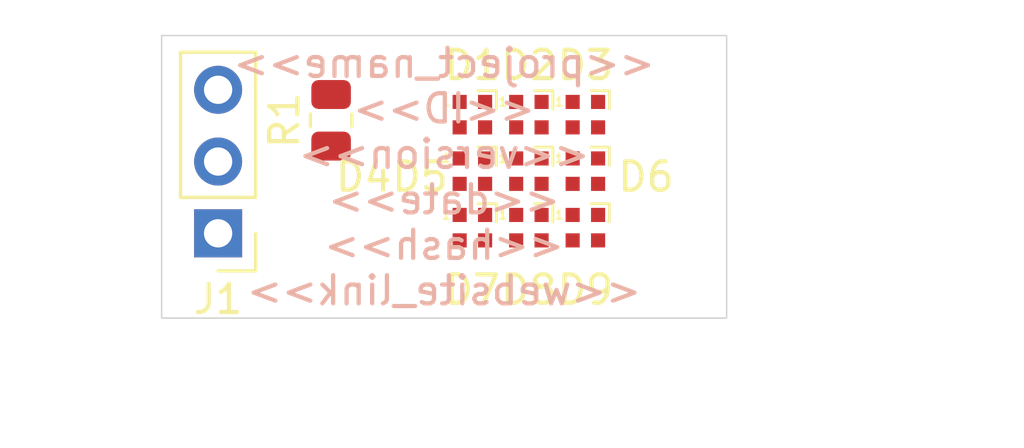
<source format=kicad_pcb>
(kicad_pcb (version 20211014) (generator pcbnew)
  (title_block (title "<<ID>>_<<project_name>>") (date "<<date>>") (rev "<<version>>") (comment 4 "<<hash>>"))
  (layers (0 "F.Cu" signal) (31 "B.Cu" signal) (34 "B.Paste" user) (35 "F.Paste" user) (36 "B.SilkS" user "B.Silkscreen") (37 "F.SilkS" user "F.Silkscreen") (38 "B.Mask" user) (39 "F.Mask" user) (44 "Edge.Cuts" user))
  (net 0 "")
  (net 1 "Net-(D1-Pad1)")
  (net 2 "VCC")
  (net 3 "Net-(D1-Pad3)")
  (net 4 "GND")
  (net 5 "Net-(D2-Pad3)")
  (net 6 "Net-(D3-Pad3)")
  (net 7 "Net-(D4-Pad3)")
  (net 8 "Net-(D5-Pad3)")
  (net 9 "Net-(D6-Pad3)")
  (net 10 "Net-(D7-Pad3)")
  (net 11 "Net-(D8-Pad3)")
  (net 13 "Net-(R1-Pad1)")
  (footprint "LED_SMD:LED_SK6812_EC15_1.5x1.5mm" (layer "F.Cu") (at 157 96.8)
    (fp_text reference "D4" (at -3.85 0.2) (layer "F.SilkS"))
    (fp_text value "SK6805_1515")
    (fp_text user "1" (at -0.925 -0.45) (layer "F.SilkS") (effects (font (size 0.3 0.3) (thickness 0.075))))
    (fp_line (start 0.85 -0.2) (end 0.85 -0.85) (layer "F.SilkS") (width 0.1))
    (fp_line (start 0.85 -0.85) (end 0.2 -0.85) (layer "F.SilkS") (width 0.1))
    (pad "1" smd rect (at -0.45 -0.45) (size 0.5 0.5) (layers "F.Cu" "F.Paste" "F.Mask") (net 6 "Net-(D3-Pad3)"))
    (pad "2" smd rect (at -0.45 0.45) (size 0.5 0.5) (layers "F.Cu" "F.Paste" "F.Mask") (net 2 "VCC"))
    (pad "3" smd rect (at 0.45 0.45) (size 0.5 0.5) (layers "F.Cu" "F.Paste" "F.Mask") (net 7 "Net-(D4-Pad3)"))
    (pad "4" smd rect (at 0.45 -0.45) (size 0.5 0.5) (layers "F.Cu" "F.Paste" "F.Mask") (net 4 "GND"))
  )
  (footprint "LED_SMD:LED_SK6812_EC15_1.5x1.5mm" (layer "F.Cu") (at 161 98.8)
    (fp_text reference "D9" (at 0 2.2) (layer "F.SilkS"))
    (fp_text value "SK6805_1515")
    (fp_text user "1" (at -0.925 -0.45) (layer "F.SilkS") (effects (font (size 0.3 0.3) (thickness 0.075))))
    (fp_line (start 0.85 -0.85) (end 0.2 -0.85) (layer "F.SilkS") (width 0.1))
    (fp_line (start 0.85 -0.2) (end 0.85 -0.85) (layer "F.SilkS") (width 0.1))
    (pad "1" smd rect (at -0.45 -0.45) (size 0.5 0.5) (layers "F.Cu" "F.Paste" "F.Mask") (net 11 "Net-(D8-Pad3)"))
    (pad "2" smd rect (at -0.45 0.45) (size 0.5 0.5) (layers "F.Cu" "F.Paste" "F.Mask") (net 2 "VCC"))
    (pad "3" smd rect (at 0.45 0.45) (size 0.5 0.5) (layers "F.Cu" "F.Paste" "F.Mask"))
    (pad "4" smd rect (at 0.45 -0.45) (size 0.5 0.5) (layers "F.Cu" "F.Paste" "F.Mask") (net 4 "GND"))
  )
  (footprint "LED_SMD:LED_SK6812_EC15_1.5x1.5mm" (layer "F.Cu") (at 161 96.8)
    (fp_text reference "D6" (at 2.15 0.2) (layer "F.SilkS"))
    (fp_text value "SK6805_1515")
    (fp_text user "1" (at -0.925 -0.45) (layer "F.SilkS") (effects (font (size 0.3 0.3) (thickness 0.075))))
    (fp_line (start 0.85 -0.2) (end 0.85 -0.85) (layer "F.SilkS") (width 0.1))
    (fp_line (start 0.85 -0.85) (end 0.2 -0.85) (layer "F.SilkS") (width 0.1))
    (pad "1" smd rect (at -0.45 -0.45) (size 0.5 0.5) (layers "F.Cu" "F.Paste" "F.Mask") (net 8 "Net-(D5-Pad3)"))
    (pad "2" smd rect (at -0.45 0.45) (size 0.5 0.5) (layers "F.Cu" "F.Paste" "F.Mask") (net 2 "VCC"))
    (pad "3" smd rect (at 0.45 0.45) (size 0.5 0.5) (layers "F.Cu" "F.Paste" "F.Mask") (net 9 "Net-(D6-Pad3)"))
    (pad "4" smd rect (at 0.45 -0.45) (size 0.5 0.5) (layers "F.Cu" "F.Paste" "F.Mask") (net 4 "GND"))
  )
  (footprint "LED_SMD:LED_SK6812_EC15_1.5x1.5mm" (layer "F.Cu") (at 159 98.8)
    (fp_text reference "D8" (at 0 2.2) (layer "F.SilkS"))
    (fp_text value "SK6805_1515")
    (fp_text user "1" (at -0.925 -0.45) (layer "F.SilkS") (effects (font (size 0.3 0.3) (thickness 0.075))))
    (fp_line (start 0.85 -0.85) (end 0.2 -0.85) (layer "F.SilkS") (width 0.1))
    (fp_line (start 0.85 -0.2) (end 0.85 -0.85) (layer "F.SilkS") (width 0.1))
    (pad "1" smd rect (at -0.45 -0.45) (size 0.5 0.5) (layers "F.Cu" "F.Paste" "F.Mask") (net 10 "Net-(D7-Pad3)"))
    (pad "2" smd rect (at -0.45 0.45) (size 0.5 0.5) (layers "F.Cu" "F.Paste" "F.Mask") (net 2 "VCC"))
    (pad "3" smd rect (at 0.45 0.45) (size 0.5 0.5) (layers "F.Cu" "F.Paste" "F.Mask") (net 11 "Net-(D8-Pad3)"))
    (pad "4" smd rect (at 0.45 -0.45) (size 0.5 0.5) (layers "F.Cu" "F.Paste" "F.Mask") (net 4 "GND"))
  )
  (footprint "Resistor_SMD:R_0805_2012Metric" (layer "F.Cu") (at 152 95 90)
    (fp_text reference "R1" (at 0 -1.65 90) (layer "F.SilkS"))
    (fp_text value "500")
    (fp_line (start -0.227064 0.735) (end 0.227064 0.735) (layer "F.SilkS") (width 0.12))
    (fp_line (start -0.227064 -0.735) (end 0.227064 -0.735) (layer "F.SilkS") (width 0.12))
    (pad "1" smd roundrect (at -0.9125 0 90) (size 1.025 1.4) (layers "F.Cu" "F.Paste" "F.Mask") (roundrect_rratio 0.243902) (net 13 "Net-(R1-Pad1)"))
    (pad "2" smd roundrect (at 0.9125 0 90) (size 1.025 1.4) (layers "F.Cu" "F.Paste" "F.Mask") (roundrect_rratio 0.243902) (net 1 "Net-(D1-Pad1)"))
  )
  (footprint "Connector_PinHeader_2.54mm:PinHeader_1x03_P2.54mm_Vertical" (layer "F.Cu") (at 148 99 180)
    (fp_text reference "J1" (at 0 -2.33 180) (layer "F.SilkS"))
    (fp_text value "Conn_01x03_Female")
    (fp_line (start 1.33 1.27) (end 1.33 6.41) (layer "F.SilkS") (width 0.12))
    (fp_line (start -1.33 1.27) (end -1.33 6.41) (layer "F.SilkS") (width 0.12))
    (fp_line (start -1.33 6.41) (end 1.33 6.41) (layer "F.SilkS") (width 0.12))
    (fp_line (start -1.33 -1.33) (end 0 -1.33) (layer "F.SilkS") (width 0.12))
    (fp_line (start -1.33 0) (end -1.33 -1.33) (layer "F.SilkS") (width 0.12))
    (fp_line (start -1.33 1.27) (end 1.33 1.27) (layer "F.SilkS") (width 0.12))
    (pad "1" thru_hole rect (at 0 0 180) (size 1.7 1.7) (drill 1) (layers *.Cu *.Mask) (net 4 "GND"))
    (pad "2" thru_hole oval (at 0 2.54 180) (size 1.7 1.7) (drill 1) (layers *.Cu *.Mask) (net 13 "Net-(R1-Pad1)"))
    (pad "3" thru_hole oval (at 0 5.08 180) (size 1.7 1.7) (drill 1) (layers *.Cu *.Mask) (net 2 "VCC"))
  )
  (footprint "LED_SMD:LED_SK6812_EC15_1.5x1.5mm" (layer "F.Cu") (at 157 94.8)
    (fp_text reference "D1" (at 0 -1.75) (layer "F.SilkS"))
    (fp_text value "SK6805_1515")
    (fp_text user "1" (at -0.925 -0.45) (layer "F.SilkS") (effects (font (size 0.3 0.3) (thickness 0.075))))
    (fp_line (start 0.85 -0.85) (end 0.2 -0.85) (layer "F.SilkS") (width 0.1))
    (fp_line (start 0.85 -0.2) (end 0.85 -0.85) (layer "F.SilkS") (width 0.1))
    (pad "1" smd rect (at -0.45 -0.45) (size 0.5 0.5) (layers "F.Cu" "F.Paste" "F.Mask") (net 1 "Net-(D1-Pad1)"))
    (pad "2" smd rect (at -0.45 0.45) (size 0.5 0.5) (layers "F.Cu" "F.Paste" "F.Mask") (net 2 "VCC"))
    (pad "3" smd rect (at 0.45 0.45) (size 0.5 0.5) (layers "F.Cu" "F.Paste" "F.Mask") (net 3 "Net-(D1-Pad3)"))
    (pad "4" smd rect (at 0.45 -0.45) (size 0.5 0.5) (layers "F.Cu" "F.Paste" "F.Mask") (net 4 "GND"))
  )
  (footprint "LED_SMD:LED_SK6812_EC15_1.5x1.5mm" (layer "F.Cu") (at 161 94.8)
    (fp_text reference "D3" (at 0 -1.75) (layer "F.SilkS"))
    (fp_text value "SK6805_1515")
    (fp_text user "1" (at -0.925 -0.45) (layer "F.SilkS") (effects (font (size 0.3 0.3) (thickness 0.075))))
    (fp_line (start 0.85 -0.2) (end 0.85 -0.85) (layer "F.SilkS") (width 0.1))
    (fp_line (start 0.85 -0.85) (end 0.2 -0.85) (layer "F.SilkS") (width 0.1))
    (pad "1" smd rect (at -0.45 -0.45) (size 0.5 0.5) (layers "F.Cu" "F.Paste" "F.Mask") (net 5 "Net-(D2-Pad3)"))
    (pad "2" smd rect (at -0.45 0.45) (size 0.5 0.5) (layers "F.Cu" "F.Paste" "F.Mask") (net 2 "VCC"))
    (pad "3" smd rect (at 0.45 0.45) (size 0.5 0.5) (layers "F.Cu" "F.Paste" "F.Mask") (net 6 "Net-(D3-Pad3)"))
    (pad "4" smd rect (at 0.45 -0.45) (size 0.5 0.5) (layers "F.Cu" "F.Paste" "F.Mask") (net 4 "GND"))
  )
  (footprint "LED_SMD:LED_SK6812_EC15_1.5x1.5mm" (layer "F.Cu") (at 159 94.8)
    (fp_text reference "D2" (at 0 -1.75) (layer "F.SilkS"))
    (fp_text value "SK6805_1515")
    (fp_text user "1" (at -0.925 -0.45) (layer "F.SilkS") (effects (font (size 0.3 0.3) (thickness 0.075))))
    (fp_line (start 0.85 -0.2) (end 0.85 -0.85) (layer "F.SilkS") (width 0.1))
    (fp_line (start 0.85 -0.85) (end 0.2 -0.85) (layer "F.SilkS") (width 0.1))
    (pad "1" smd rect (at -0.45 -0.45) (size 0.5 0.5) (layers "F.Cu" "F.Paste" "F.Mask") (net 3 "Net-(D1-Pad3)"))
    (pad "2" smd rect (at -0.45 0.45) (size 0.5 0.5) (layers "F.Cu" "F.Paste" "F.Mask") (net 2 "VCC"))
    (pad "3" smd rect (at 0.45 0.45) (size 0.5 0.5) (layers "F.Cu" "F.Paste" "F.Mask") (net 5 "Net-(D2-Pad3)"))
    (pad "4" smd rect (at 0.45 -0.45) (size 0.5 0.5) (layers "F.Cu" "F.Paste" "F.Mask") (net 4 "GND"))
  )
  (footprint "LED_SMD:LED_SK6812_EC15_1.5x1.5mm" (layer "F.Cu") (at 157 98.8)
    (fp_text reference "D7" (at 0 2.2) (layer "F.SilkS"))
    (fp_text value "SK6805_1515")
    (fp_text user "1" (at -0.925 -0.45) (layer "F.SilkS") (effects (font (size 0.3 0.3) (thickness 0.075))))
    (fp_line (start 0.85 -0.85) (end 0.2 -0.85) (layer "F.SilkS") (width 0.1))
    (fp_line (start 0.85 -0.2) (end 0.85 -0.85) (layer "F.SilkS") (width 0.1))
    (pad "1" smd rect (at -0.45 -0.45) (size 0.5 0.5) (layers "F.Cu" "F.Paste" "F.Mask") (net 9 "Net-(D6-Pad3)"))
    (pad "2" smd rect (at -0.45 0.45) (size 0.5 0.5) (layers "F.Cu" "F.Paste" "F.Mask") (net 2 "VCC"))
    (pad "3" smd rect (at 0.45 0.45) (size 0.5 0.5) (layers "F.Cu" "F.Paste" "F.Mask") (net 10 "Net-(D7-Pad3)"))
    (pad "4" smd rect (at 0.45 -0.45) (size 0.5 0.5) (layers "F.Cu" "F.Paste" "F.Mask") (net 4 "GND"))
  )
  (footprint "LED_SMD:LED_SK6812_EC15_1.5x1.5mm" (layer "F.Cu") (at 159 96.8)
    (fp_text reference "D5" (at -3.85 0.2) (layer "F.SilkS"))
    (fp_text value "SK6805_1515")
    (fp_text user "1" (at -0.925 -0.45) (layer "F.SilkS") (effects (font (size 0.3 0.3) (thickness 0.075))))
    (fp_line (start 0.85 -0.2) (end 0.85 -0.85) (layer "F.SilkS") (width 0.1))
    (fp_line (start 0.85 -0.85) (end 0.2 -0.85) (layer "F.SilkS") (width 0.1))
    (pad "1" smd rect (at -0.45 -0.45) (size 0.5 0.5) (layers "F.Cu" "F.Paste" "F.Mask") (net 7 "Net-(D4-Pad3)"))
    (pad "2" smd rect (at -0.45 0.45) (size 0.5 0.5) (layers "F.Cu" "F.Paste" "F.Mask") (net 2 "VCC"))
    (pad "3" smd rect (at 0.45 0.45) (size 0.5 0.5) (layers "F.Cu" "F.Paste" "F.Mask") (net 8 "Net-(D5-Pad3)"))
    (pad "4" smd rect (at 0.45 -0.45) (size 0.5 0.5) (layers "F.Cu" "F.Paste" "F.Mask") (net 4 "GND"))
  )
  (gr_rect (start 146 92) (end 166 102) (layer "Edge.Cuts") (width 0.05) (fill none))
  (gr_text "<<project_name>>\n<<ID>>\n<<version>>\n<<date>>\n<<hash>>\n<<website_link>>" (at 156 97) (layer "B.SilkS") (effects (font (size 1 1)) (justify mirror)))
)
</source>
